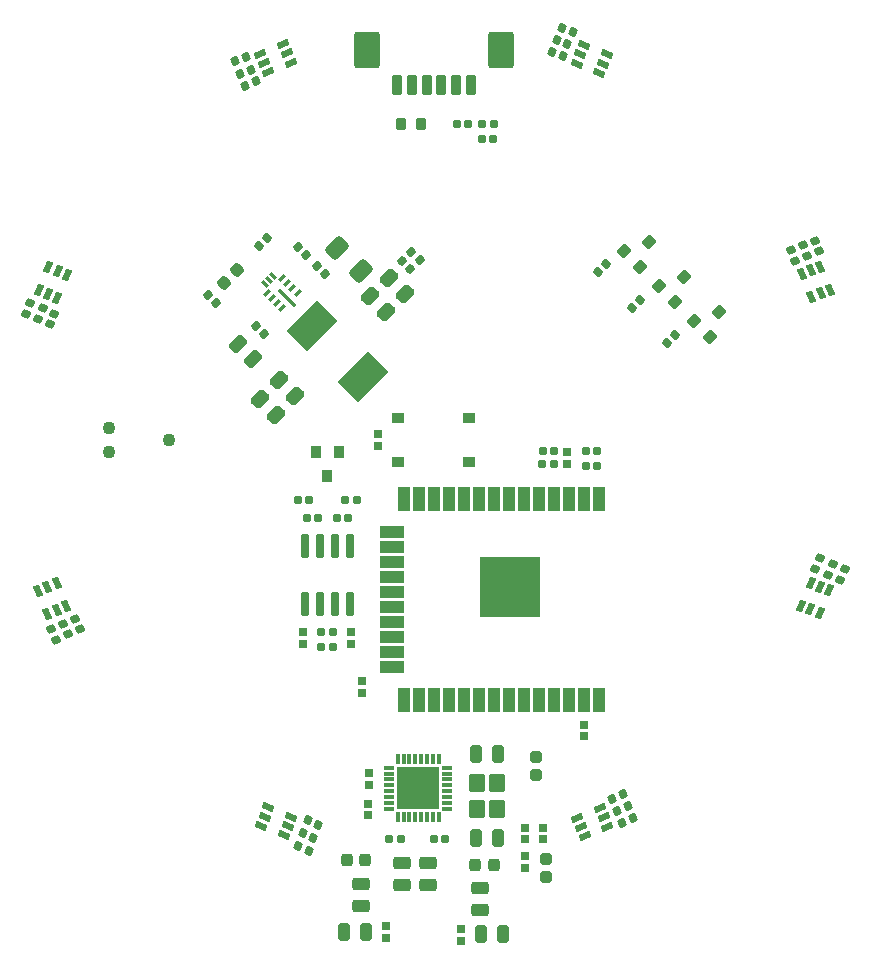
<source format=gts>
G04 #@! TF.GenerationSoftware,KiCad,Pcbnew,(6.0.11-0)*
G04 #@! TF.CreationDate,2023-01-30T23:46:06+00:00*
G04 #@! TF.ProjectId,maxbox,6d617862-6f78-42e6-9b69-6361645f7063,rev?*
G04 #@! TF.SameCoordinates,Original*
G04 #@! TF.FileFunction,Soldermask,Top*
G04 #@! TF.FilePolarity,Negative*
%FSLAX46Y46*%
G04 Gerber Fmt 4.6, Leading zero omitted, Abs format (unit mm)*
G04 Created by KiCad (PCBNEW (6.0.11-0)) date 2023-01-30 23:46:06*
%MOMM*%
%LPD*%
G01*
G04 APERTURE LIST*
G04 Aperture macros list*
%AMRoundRect*
0 Rectangle with rounded corners*
0 $1 Rounding radius*
0 $2 $3 $4 $5 $6 $7 $8 $9 X,Y pos of 4 corners*
0 Add a 4 corners polygon primitive as box body*
4,1,4,$2,$3,$4,$5,$6,$7,$8,$9,$2,$3,0*
0 Add four circle primitives for the rounded corners*
1,1,$1+$1,$2,$3*
1,1,$1+$1,$4,$5*
1,1,$1+$1,$6,$7*
1,1,$1+$1,$8,$9*
0 Add four rect primitives between the rounded corners*
20,1,$1+$1,$2,$3,$4,$5,0*
20,1,$1+$1,$4,$5,$6,$7,0*
20,1,$1+$1,$6,$7,$8,$9,0*
20,1,$1+$1,$8,$9,$2,$3,0*%
G04 Aperture macros list end*
%ADD10RoundRect,0.197500X0.147500X0.172500X-0.147500X0.172500X-0.147500X-0.172500X0.147500X-0.172500X0*%
%ADD11RoundRect,0.197500X0.172500X-0.147500X0.172500X0.147500X-0.172500X0.147500X-0.172500X-0.147500X0*%
%ADD12RoundRect,0.197500X-0.147500X-0.172500X0.147500X-0.172500X0.147500X0.172500X-0.147500X0.172500X0*%
%ADD13RoundRect,0.197500X-0.172500X0.147500X-0.172500X-0.147500X0.172500X-0.147500X0.172500X0.147500X0*%
%ADD14RoundRect,0.293750X0.243750X0.456250X-0.243750X0.456250X-0.243750X-0.456250X0.243750X-0.456250X0*%
%ADD15RoundRect,0.268750X-0.218750X-0.256250X0.218750X-0.256250X0.218750X0.256250X-0.218750X0.256250X0*%
%ADD16RoundRect,0.293750X0.456250X-0.243750X0.456250X0.243750X-0.456250X0.243750X-0.456250X-0.243750X0*%
%ADD17RoundRect,0.293750X-0.243750X-0.456250X0.243750X-0.456250X0.243750X0.456250X-0.243750X0.456250X0*%
%ADD18RoundRect,0.268750X0.256250X-0.218750X0.256250X0.218750X-0.256250X0.218750X-0.256250X-0.218750X0*%
%ADD19RoundRect,0.112500X-0.337500X-0.062500X0.337500X-0.062500X0.337500X0.062500X-0.337500X0.062500X0*%
%ADD20RoundRect,0.112500X-0.062500X-0.337500X0.062500X-0.337500X0.062500X0.337500X-0.062500X0.337500X0*%
%ADD21RoundRect,0.050000X-1.750000X-1.750000X1.750000X-1.750000X1.750000X1.750000X-1.750000X1.750000X0*%
%ADD22RoundRect,0.200000X0.150000X-0.825000X0.150000X0.825000X-0.150000X0.825000X-0.150000X-0.825000X0*%
%ADD23RoundRect,0.050000X0.600000X-0.700000X0.600000X0.700000X-0.600000X0.700000X-0.600000X-0.700000X0*%
%ADD24RoundRect,0.293750X-0.456250X0.243750X-0.456250X-0.243750X0.456250X-0.243750X0.456250X0.243750X0*%
%ADD25RoundRect,0.050000X0.500000X0.375000X-0.500000X0.375000X-0.500000X-0.375000X0.500000X-0.375000X0*%
%ADD26RoundRect,0.197500X-0.226274X-0.017678X-0.017678X-0.226274X0.226274X0.017678X0.017678X0.226274X0*%
%ADD27RoundRect,0.300000X0.512652X0.159099X0.159099X0.512652X-0.512652X-0.159099X-0.159099X-0.512652X0*%
%ADD28RoundRect,0.197500X0.226274X0.017678X0.017678X0.226274X-0.226274X-0.017678X-0.017678X-0.226274X0*%
%ADD29RoundRect,0.050000X-0.329642X-0.380080X0.501850X-0.035665X0.329642X0.380080X-0.501850X0.035665X0*%
%ADD30RoundRect,0.050000X-0.501850X-0.035665X0.329642X-0.380080X0.501850X0.035665X-0.329642X0.380080X0*%
%ADD31RoundRect,0.050000X-0.380080X0.329642X-0.035665X-0.501850X0.380080X-0.329642X0.035665X0.501850X0*%
%ADD32RoundRect,0.050000X-0.035665X0.501850X-0.380080X-0.329642X0.035665X-0.501850X0.380080X0.329642X0*%
%ADD33RoundRect,0.050000X0.329642X0.380080X-0.501850X0.035665X-0.329642X-0.380080X0.501850X-0.035665X0*%
%ADD34RoundRect,0.050000X0.501850X0.035665X-0.329642X0.380080X-0.501850X-0.035665X0.329642X-0.380080X0*%
%ADD35RoundRect,0.050000X0.380080X-0.329642X0.035665X0.501850X-0.380080X0.329642X-0.035665X-0.501850X0*%
%ADD36RoundRect,0.050000X0.035665X-0.501850X0.380080X0.329642X-0.035665X0.501850X-0.380080X-0.329642X0*%
%ADD37RoundRect,0.050000X-0.400000X0.450000X-0.400000X-0.450000X0.400000X-0.450000X0.400000X0.450000X0*%
%ADD38RoundRect,0.250000X0.200000X0.600000X-0.200000X0.600000X-0.200000X-0.600000X0.200000X-0.600000X0*%
%ADD39RoundRect,0.300001X0.799999X1.249999X-0.799999X1.249999X-0.799999X-1.249999X0.799999X-1.249999X0*%
%ADD40RoundRect,0.050000X-2.068287X-0.406586X-0.406586X-2.068287X2.068287X0.406586X0.406586X2.068287X0*%
%ADD41RoundRect,0.050000X-0.035355X-0.601041X0.601041X0.035355X0.035355X0.601041X-0.601041X-0.035355X0*%
%ADD42RoundRect,0.197500X-0.017678X0.226274X-0.226274X0.017678X0.017678X-0.226274X0.226274X-0.017678X0*%
%ADD43RoundRect,0.197500X-0.070259X-0.215815X0.202285X-0.102923X0.070259X0.215815X-0.202285X0.102923X0*%
%ADD44RoundRect,0.197500X-0.202285X-0.102923X0.070259X-0.215815X0.202285X0.102923X-0.070259X0.215815X0*%
%ADD45RoundRect,0.197500X-0.215815X0.070259X-0.102923X-0.202285X0.215815X-0.070259X0.102923X0.202285X0*%
%ADD46RoundRect,0.197500X-0.102923X0.202285X-0.215815X-0.070259X0.102923X-0.202285X0.215815X0.070259X0*%
%ADD47RoundRect,0.268750X-0.026517X0.335876X-0.335876X0.026517X0.026517X-0.335876X0.335876X-0.026517X0*%
%ADD48RoundRect,0.197500X0.070259X0.215815X-0.202285X0.102923X-0.070259X-0.215815X0.202285X-0.102923X0*%
%ADD49RoundRect,0.197500X0.202285X0.102923X-0.070259X0.215815X-0.202285X-0.102923X0.070259X-0.215815X0*%
%ADD50RoundRect,0.197500X0.215815X-0.070259X0.102923X0.202285X-0.215815X0.070259X-0.102923X-0.202285X0*%
%ADD51RoundRect,0.197500X0.102923X-0.202285X0.215815X0.070259X-0.102923X0.202285X-0.215815X-0.070259X0*%
%ADD52RoundRect,0.081250X0.123744X0.256326X-0.256326X-0.123744X-0.123744X-0.256326X0.256326X0.123744X0*%
%ADD53RoundRect,0.081250X-0.256326X0.123744X0.123744X-0.256326X0.256326X-0.123744X-0.123744X0.256326X0*%
%ADD54RoundRect,0.091500X-0.556847X0.674933X-0.674933X0.556847X0.556847X-0.674933X0.674933X-0.556847X0*%
%ADD55RoundRect,0.250000X0.200000X0.275000X-0.200000X0.275000X-0.200000X-0.275000X0.200000X-0.275000X0*%
%ADD56RoundRect,0.293750X-0.494975X-0.150260X-0.150260X-0.494975X0.494975X0.150260X0.150260X0.494975X0*%
%ADD57RoundRect,0.300000X-0.707107X-0.176777X-0.176777X-0.707107X0.707107X0.176777X0.176777X0.707107X0*%
%ADD58RoundRect,0.050000X-0.450000X1.000000X-0.450000X-1.000000X0.450000X-1.000000X0.450000X1.000000X0*%
%ADD59RoundRect,0.050000X-1.000000X-0.450000X1.000000X-0.450000X1.000000X0.450000X-1.000000X0.450000X0*%
%ADD60RoundRect,0.050000X-2.500000X2.500000X-2.500000X-2.500000X2.500000X-2.500000X2.500000X2.500000X0*%
%ADD61RoundRect,0.190000X0.219203X0.021213X0.021213X0.219203X-0.219203X-0.021213X-0.021213X-0.219203X0*%
%ADD62C,1.090600*%
G04 APERTURE END LIST*
D10*
X13820000Y-2182000D03*
X12850000Y-2182000D03*
X13843000Y-889000D03*
X12873000Y-889000D03*
D11*
X-5588000Y-31750000D03*
X-5588000Y-30780000D03*
D10*
X-2794000Y-33782000D03*
X-3764000Y-33782000D03*
D12*
X0Y-33782000D03*
X970000Y-33782000D03*
D11*
X-5524500Y-29187000D03*
X-5524500Y-28217000D03*
D12*
X-9525000Y-17526000D03*
X-8555000Y-17526000D03*
X-9525000Y-16256000D03*
X-8555000Y-16256000D03*
D13*
X-4699000Y485000D03*
X-4699000Y-485000D03*
D14*
X5407000Y-33655000D03*
X3532000Y-33655000D03*
X5407000Y-26543000D03*
X3532000Y-26543000D03*
D15*
X-7376500Y-35560000D03*
X-5801500Y-35560000D03*
X3515500Y-35941000D03*
X5090500Y-35941000D03*
D16*
X-6159500Y-39467000D03*
X-6159500Y-37592000D03*
D11*
X7747000Y-36195000D03*
X7747000Y-35225000D03*
X9271000Y-33782000D03*
X9271000Y-32812000D03*
D16*
X3873500Y-39751000D03*
X3873500Y-37876000D03*
D17*
X-7605000Y-41656000D03*
X-5730000Y-41656000D03*
D18*
X8624000Y-28363500D03*
X8624000Y-26788500D03*
D13*
X-6100000Y-20400000D03*
X-6100000Y-21370000D03*
D11*
X7747000Y-33782000D03*
X7747000Y-32812000D03*
D13*
X-11049000Y-16256000D03*
X-11049000Y-17226000D03*
X-6985000Y-16256000D03*
X-6985000Y-17226000D03*
D19*
X-3769500Y-27728000D03*
X-3769500Y-28228000D03*
X-3769500Y-28728000D03*
X-3769500Y-29228000D03*
X-3769500Y-29728000D03*
X-3769500Y-30228000D03*
X-3769500Y-30728000D03*
X-3769500Y-31228000D03*
D20*
X-3069500Y-31928000D03*
X-2569500Y-31928000D03*
X-2069500Y-31928000D03*
X-1569500Y-31928000D03*
X-1069500Y-31928000D03*
X-569500Y-31928000D03*
X-69500Y-31928000D03*
X430500Y-31928000D03*
D19*
X1130500Y-31228000D03*
X1130500Y-30728000D03*
X1130500Y-30228000D03*
X1130500Y-29728000D03*
X1130500Y-29228000D03*
X1130500Y-28728000D03*
X1130500Y-28228000D03*
X1130500Y-27728000D03*
D20*
X430500Y-27028000D03*
X-69500Y-27028000D03*
X-569500Y-27028000D03*
X-1069500Y-27028000D03*
X-1569500Y-27028000D03*
X-2069500Y-27028000D03*
X-2569500Y-27028000D03*
X-3069500Y-27028000D03*
D21*
X-1319500Y-29478000D03*
D22*
X-10922000Y-13905000D03*
X-9652000Y-13905000D03*
X-8382000Y-13905000D03*
X-7112000Y-13905000D03*
X-7112000Y-8955000D03*
X-8382000Y-8955000D03*
X-9652000Y-8955000D03*
X-10922000Y-8955000D03*
D23*
X5319500Y-31199000D03*
X5319500Y-28999000D03*
X3619500Y-28999000D03*
X3619500Y-31199000D03*
D24*
X-2667000Y-35762500D03*
X-2667000Y-37637500D03*
X-508000Y-35762500D03*
X-508000Y-37637500D03*
D10*
X-7239000Y-6604000D03*
X-8209000Y-6604000D03*
D12*
X-10749000Y-6604000D03*
X-9779000Y-6604000D03*
X-11511000Y-5080000D03*
X-10541000Y-5080000D03*
D10*
X-6523000Y-5080000D03*
X-7493000Y-5080000D03*
X10160000Y-2032000D03*
X9190000Y-2032000D03*
D18*
X9525000Y-37008000D03*
X9525000Y-35433000D03*
D11*
X11303000Y-2009000D03*
X11303000Y-1039000D03*
D17*
X3952000Y-41783000D03*
X5827000Y-41783000D03*
D25*
X-3000000Y-1875000D03*
X3000000Y-1875000D03*
X3000000Y1875000D03*
X-3000000Y1875000D03*
D12*
X4064000Y25527000D03*
X5034000Y25527000D03*
D26*
X-15071637Y9677928D03*
X-14385743Y8992034D03*
X-9895616Y14739399D03*
X-9209722Y14053505D03*
D27*
X-11756498Y3756498D03*
X-13100000Y5100000D03*
D28*
X-1214106Y15214106D03*
X-1900000Y15900000D03*
D29*
X-14689274Y32719264D03*
X-14363994Y31933966D03*
X-14038713Y31148669D03*
X-12098566Y31952304D03*
X-12423846Y32737602D03*
X-12749127Y33522899D03*
D30*
X12722751Y33459220D03*
X12397470Y32673923D03*
X12072190Y31888625D03*
X14012337Y31084990D03*
X14337618Y31870287D03*
X14662898Y32655585D03*
D31*
X32719264Y14689274D03*
X31933966Y14363994D03*
X31148669Y14038713D03*
X31952304Y12098566D03*
X32737602Y12423846D03*
X33522899Y12749127D03*
D32*
X33459220Y-12722751D03*
X32673923Y-12397470D03*
X31888625Y-12072190D03*
X31084990Y-14012337D03*
X31870287Y-14337618D03*
X32655585Y-14662898D03*
D33*
X14689274Y-32719264D03*
X14363994Y-31933966D03*
X14038713Y-31148669D03*
X12098566Y-31952304D03*
X12423846Y-32737602D03*
X12749127Y-33522899D03*
D34*
X-12722751Y-33459220D03*
X-12397470Y-32673923D03*
X-12072190Y-31888625D03*
X-14012337Y-31084990D03*
X-14337618Y-31870287D03*
X-14662898Y-32655585D03*
D35*
X-32719264Y-14689274D03*
X-31933966Y-14363994D03*
X-31148669Y-14038713D03*
X-31952304Y-12098566D03*
X-32737602Y-12423846D03*
X-33522899Y-12749127D03*
D36*
X-33459220Y12722751D03*
X-32673923Y12397470D03*
X-31888625Y12072190D03*
X-31084990Y14012337D03*
X-31870287Y14337618D03*
X-32655585Y14662898D03*
D37*
X-8067000Y-1032000D03*
X-9967000Y-1032000D03*
X-9017000Y-3032000D03*
D38*
X3125000Y30100000D03*
X1875000Y30100000D03*
X625000Y30100000D03*
X-625000Y30100000D03*
X-1875000Y30100000D03*
X-3125000Y30100000D03*
D39*
X5675000Y33000000D03*
X-5675000Y33000000D03*
D40*
X-10290000Y9630000D03*
X-6012004Y5352004D03*
D41*
X19083966Y13030416D03*
X20427469Y11686913D03*
X21169931Y13772878D03*
X16120482Y15993901D03*
X17463985Y14650398D03*
X18206447Y16736363D03*
X22047451Y10066932D03*
X23390954Y8723429D03*
X24133416Y10809394D03*
D10*
X2898000Y26797000D03*
X1928000Y26797000D03*
X5057000Y26797000D03*
X4087000Y26797000D03*
D42*
X17483077Y11882075D03*
X16797183Y11196181D03*
X14609395Y14935362D03*
X13923501Y14249468D03*
X20446561Y8918590D03*
X19760667Y8232696D03*
D43*
X-16000000Y30000000D03*
X-15103836Y30371202D03*
D44*
X10003836Y32871202D03*
X10900000Y32500000D03*
D43*
X-16403836Y31000000D03*
X-15507672Y31371202D03*
D44*
X10403836Y33871202D03*
X11300000Y33500000D03*
D43*
X-16803836Y32071202D03*
X-15907672Y32442404D03*
D44*
X10851918Y34885601D03*
X11748082Y34514399D03*
D45*
X30228798Y16096164D03*
X30600000Y15200000D03*
D46*
X32671202Y-10003836D03*
X32300000Y-10900000D03*
D45*
X31228798Y16496164D03*
X31600000Y15600000D03*
D46*
X33750000Y-10500000D03*
X33378798Y-11396164D03*
D45*
X32228798Y16896164D03*
X32600000Y16000000D03*
D46*
X34771202Y-10903836D03*
X34400000Y-11800000D03*
D26*
X-19129016Y12298466D03*
X-18443122Y11612572D03*
D47*
X-16702579Y14398220D03*
X-17816273Y13284526D03*
D48*
X16000000Y-30000000D03*
X15103836Y-30371202D03*
D49*
X-9803836Y-32571202D03*
X-10700000Y-32200000D03*
D48*
X16400000Y-31000000D03*
X15503836Y-31371202D03*
D49*
X-10203836Y-33671202D03*
X-11100000Y-33300000D03*
D48*
X16848082Y-32014399D03*
X15951918Y-32385601D03*
D50*
X-30000000Y-16000000D03*
X-30371202Y-15103836D03*
D51*
X-32500000Y9800000D03*
X-32128798Y10696164D03*
D50*
X-31014399Y-16448082D03*
X-31385601Y-15551918D03*
D51*
X-33485601Y10251918D03*
X-33114399Y11148082D03*
D50*
X-32028798Y-16896164D03*
X-32400000Y-16000000D03*
D51*
X-34571202Y10703836D03*
X-34200000Y11600000D03*
D52*
X-11550245Y12421502D03*
X-12009864Y12881121D03*
X-12469484Y13340741D03*
X-12823037Y13694294D03*
D53*
X-13618532Y13924104D03*
X-13972085Y13570550D03*
X-14325639Y13216997D03*
D52*
X-14095829Y12421502D03*
X-13742276Y12067949D03*
X-13282656Y11608329D03*
X-12823037Y11148710D03*
D54*
X-12425289Y12023754D03*
D55*
X-1100000Y26750000D03*
X-2750000Y26750000D03*
D49*
X-10603836Y-34771202D03*
X-11500000Y-34400000D03*
D11*
X2286000Y-42395000D03*
X2286000Y-41425000D03*
X-4064000Y-42141000D03*
X-4064000Y-41171000D03*
D56*
X-16609595Y8162599D03*
X-15283769Y6836773D03*
D57*
X-8189366Y16266041D03*
X-6209468Y14286143D03*
D42*
X-14132599Y17147804D03*
X-14818493Y16461910D03*
D26*
X-11479535Y16323318D03*
X-10793641Y15637424D03*
D10*
X10170000Y-900000D03*
X9200000Y-900000D03*
D27*
X-13356498Y2156498D03*
X-14700000Y3500000D03*
D58*
X13970000Y-4962000D03*
X12700000Y-4962000D03*
X11430000Y-4962000D03*
X10160000Y-4962000D03*
X8890000Y-4962000D03*
X7620000Y-4962000D03*
X6350000Y-4962000D03*
X5080000Y-4962000D03*
X3810000Y-4962000D03*
X2540000Y-4962000D03*
X1270000Y-4962000D03*
X0Y-4962000D03*
X-1270000Y-4962000D03*
X-2540000Y-4962000D03*
D59*
X-3540000Y-7747000D03*
X-3540000Y-9017000D03*
X-3540000Y-10287000D03*
X-3540000Y-11557000D03*
X-3540000Y-12827000D03*
X-3540000Y-14097000D03*
X-3540000Y-15367000D03*
X-3540000Y-16637000D03*
X-3540000Y-17907000D03*
X-3540000Y-19177000D03*
D58*
X-2540000Y-21962000D03*
X-1270000Y-21962000D03*
X0Y-21962000D03*
X1270000Y-21962000D03*
X2540000Y-21962000D03*
X3810000Y-21962000D03*
X5080000Y-21962000D03*
X6350000Y-21962000D03*
X7620000Y-21962000D03*
X8890000Y-21962000D03*
X10160000Y-21962000D03*
X11430000Y-21962000D03*
X12700000Y-21962000D03*
X13970000Y-21962000D03*
D60*
X6470000Y-12462000D03*
D13*
X12700000Y-24100000D03*
X12700000Y-25070000D03*
D61*
X-2060589Y14460589D03*
X-2739411Y15139411D03*
D27*
X-2456498Y12356498D03*
X-3800000Y13700000D03*
X-4056498Y10856498D03*
X-5400000Y12200000D03*
D62*
X-22460000Y0D03*
X-27540000Y-1016000D03*
X-27540000Y1016000D03*
M02*

</source>
